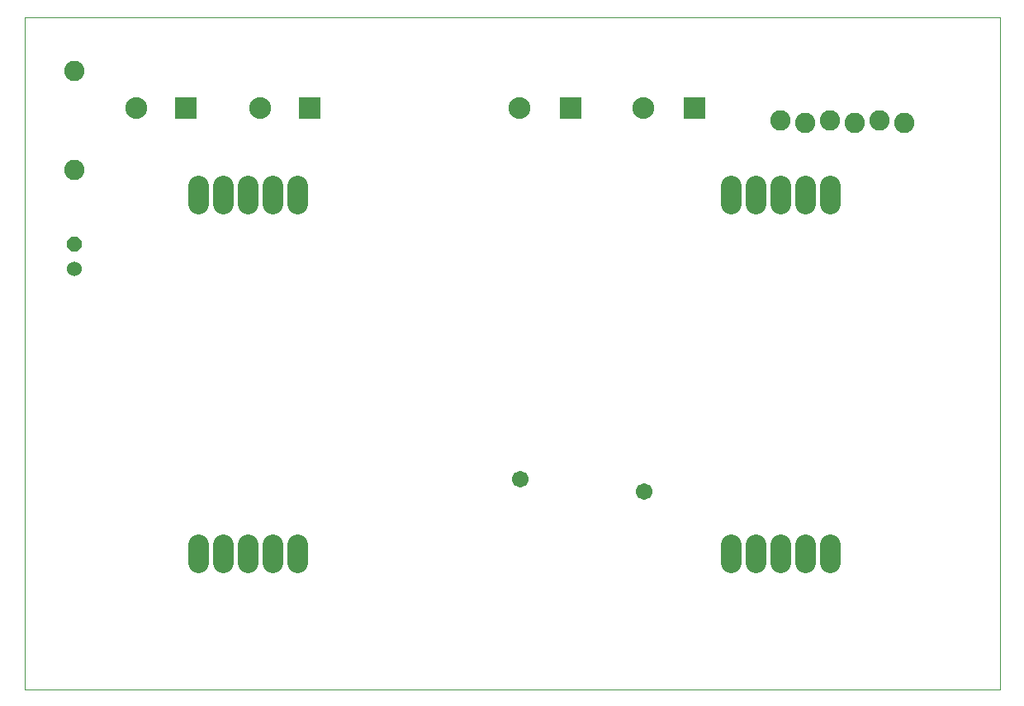
<source format=gbs>
G75*
%MOIN*%
%OFA0B0*%
%FSLAX25Y25*%
%IPPOS*%
%LPD*%
%AMOC8*
5,1,8,0,0,1.08239X$1,22.5*
%
%ADD10C,0.00000*%
%ADD11C,0.06000*%
%ADD12OC8,0.06000*%
%ADD13C,0.08200*%
%ADD14C,0.08200*%
%ADD15R,0.08800X0.08800*%
%ADD16C,0.08800*%
%ADD17C,0.06706*%
D10*
X0001800Y0001800D02*
X0001800Y0273454D01*
X0395501Y0273454D01*
X0395501Y0001800D01*
X0001800Y0001800D01*
D11*
X0021800Y0171800D03*
D12*
X0021800Y0181800D03*
D13*
X0071800Y0198100D02*
X0071800Y0205500D01*
X0081800Y0205500D02*
X0081800Y0198100D01*
X0091800Y0198100D02*
X0091800Y0205500D01*
X0101800Y0205500D02*
X0101800Y0198100D01*
X0111800Y0198100D02*
X0111800Y0205500D01*
X0286800Y0205500D02*
X0286800Y0198100D01*
X0296800Y0198100D02*
X0296800Y0205500D01*
X0306800Y0205500D02*
X0306800Y0198100D01*
X0316800Y0198100D02*
X0316800Y0205500D01*
X0326800Y0205500D02*
X0326800Y0198100D01*
X0326800Y0060500D02*
X0326800Y0053100D01*
X0316800Y0053100D02*
X0316800Y0060500D01*
X0306800Y0060500D02*
X0306800Y0053100D01*
X0296800Y0053100D02*
X0296800Y0060500D01*
X0286800Y0060500D02*
X0286800Y0053100D01*
X0111800Y0053100D02*
X0111800Y0060500D01*
X0101800Y0060500D02*
X0101800Y0053100D01*
X0091800Y0053100D02*
X0091800Y0060500D01*
X0081800Y0060500D02*
X0081800Y0053100D01*
X0071800Y0053100D02*
X0071800Y0060500D01*
D14*
X0021800Y0211800D03*
X0021800Y0251800D03*
X0306800Y0231800D03*
X0316800Y0230800D03*
X0326800Y0231800D03*
X0336800Y0230800D03*
X0346800Y0231800D03*
X0356800Y0230800D03*
D15*
X0272300Y0236800D03*
X0222300Y0236800D03*
X0116800Y0236800D03*
X0066800Y0236800D03*
D16*
X0047115Y0236800D03*
X0097115Y0236800D03*
X0201615Y0236800D03*
X0251615Y0236800D03*
D17*
X0201800Y0086800D03*
X0251985Y0081615D03*
M02*

</source>
